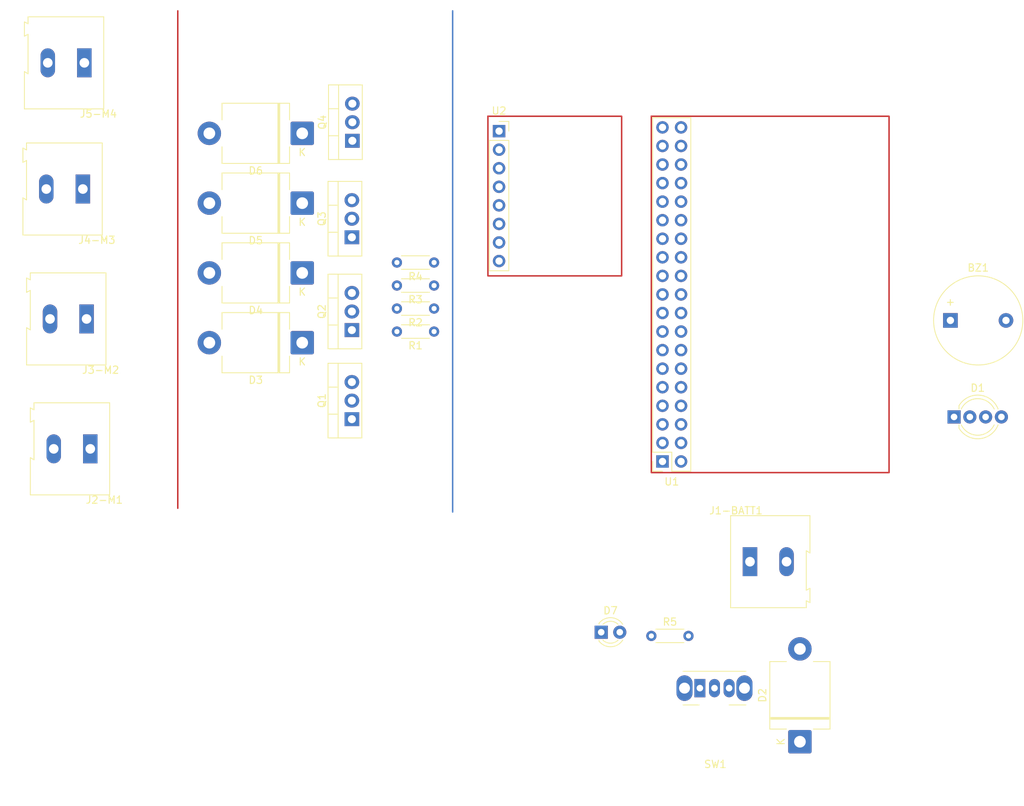
<source format=kicad_pcb>
(kicad_pcb (version 20241229) (generator "pcbnew") (generator_version "9.0")
  (layers (0 "F.Cu" signal) (2 "B.Cu" signal) (13 "F.Paste" user) (15 "B.Paste" user) (5 "F.SilkS" user "F.Silkscreen") (7 "B.SilkS" user "B.Silkscreen") (1 "F.Mask" user) (3 "B.Mask" user) (25 "Edge.Cuts" user))
  (net 0 "")
  (net 1 "GND")
  (net 2 "/BUZZER")
  (net 3 "/LED_B")
  (net 4 "/LED_R")
  (net 5 "/LED_G")
  (net 6 "Net-(D2-A)")
  (net 7 "Net-(D2-K)")
  (net 8 "+3.3V")
  (net 9 "/M1_GND")
  (net 10 "/M3_GND")
  (net 11 "/M2_GND")
  (net 12 "/M4_GND")
  (net 13 "Net-(D7-A)")
  (net 14 "/M1_PWM")
  (net 15 "/M2_PWM")
  (net 16 "/M3_PWM")
  (net 17 "/M4_PWM")
  (net 21 "/MPU6050_SCL")
  (net 26 "/MPU6050_SDA")
  (net 34 "/3v3_esp32")
  (footprint "Package_TO_SOT_THT:TO-220-3_Vertical" (layer "F.Cu") (at 124.206 66.346 90)
    (property "Reference" "Q4" (at 2.54 -4.1 90) (layer "F.SilkS"))
    (property "Value" "IRLZ44N")
    (fp_line (start 7.65 -3.26) (end 7.65 1.36) (stroke (width 0.12)) (layer "F.SilkS"))
    (fp_line (start 4.39 -3.26) (end 4.39 -1.88) (stroke (width 0.12)) (layer "F.SilkS"))
    (fp_line (start 0.69 -3.26) (end 0.69 -1.88) (stroke (width 0.12)) (layer "F.SilkS"))
    (fp_line (start -2.57 -3.26) (end 7.65 -3.26) (stroke (width 0.12)) (layer "F.SilkS"))
    (fp_line (start -2.57 -1.88) (end 7.65 -1.88) (stroke (width 0.12)) (layer "F.SilkS"))
    (fp_line (start 7.65 1.36) (end -2.57 1.36) (stroke (width 0.12)) (layer "F.SilkS"))
    (fp_line (start -2.57 1.36) (end -2.57 -3.26) (stroke (width 0.12)) (layer "F.SilkS"))
    (pad "1" thru_hole rect (at 0 0 90) (size 1.905 2) (drill 1.1) (layers "*.Cu" "*.Mask") (net 17 "/M4_PWM"))
    (pad "2" thru_hole oval (at 2.54 0 90) (size 1.905 2) (drill 1.1) (layers "*.Cu" "*.Mask") (net 12 "/M4_GND"))
    (pad "3" thru_hole oval (at 5.08 0 90) (size 1.905 2) (drill 1.1) (layers "*.Cu" "*.Mask") (net 1 "GND"))
  )
  (footprint "Resistor_THT:R_Axial_DIN0204_L3.6mm_D1.6mm_P5.08mm_Horizontal" (layer "F.Cu") (at 135.382 92.458 180)
    (property "Reference" "R1" (at 2.54 -1.92 0) (layer "F.SilkS"))
    (property "Value" "10k")
    (fp_line (start 0.62 0.92) (end 4.46 0.92) (stroke (width 0.12)) (layer "F.SilkS"))
    (fp_line (start 0.62 -0.92) (end 4.46 -0.92) (stroke (width 0.12)) (layer "F.SilkS"))
    (pad "1" thru_hole circle (at 0 0 180) (size 1.4 1.4) (drill 0.7) (layers "*.Cu" "*.Mask") (net 14 "/M1_PWM"))
    (pad "2" thru_hole circle (at 5.08 0 180) (size 1.4 1.4) (drill 0.7) (layers "*.Cu" "*.Mask") (net 1 "GND"))
  )
  (footprint "Diode_THT:D_5KPW_P12.70mm_Horizontal" (layer "F.Cu") (at 117.348 74.88 180)
    (property "Reference" "D5" (at 6.35 -5.12 0) (layer "F.SilkS"))
    (property "Value" "D")
    (fp_line (start 10.97 4.12) (end 10.97 1.84) (stroke (width 0.12)) (layer "F.SilkS"))
    (fp_line (start 10.97 -4.12) (end 10.97 -1.84) (stroke (width 0.12)) (layer "F.SilkS"))
    (fp_line (start 3.32 -4.12) (end 3.32 4.12) (stroke (width 0.12)) (layer "F.SilkS"))
    (fp_line (start 3.2 -4.12) (end 3.2 4.12) (stroke (width 0.12)) (layer "F.SilkS"))
    (fp_line (start 3.08 -4.12) (end 3.08 4.12) (stroke (width 0.12)) (layer "F.SilkS"))
    (fp_line (start 1.73 4.12) (end 10.97 4.12) (stroke (width 0.12)) (layer "F.SilkS"))
    (fp_line (start 1.73 1.84) (end 1.73 4.12) (stroke (width 0.12)) (layer "F.SilkS"))
    (fp_line (start 1.73 -1.84) (end 1.73 -4.12) (stroke (width 0.12)) (layer "F.SilkS"))
    (fp_line (start 1.73 -4.12) (end 10.97 -4.12) (stroke (width 0.12)) (layer "F.SilkS"))
    (fp_text user "K" (at 0 -2.6 0) (layer "F.SilkS"))
    (pad "1" thru_hole roundrect (at 0 0 180) (size 3.2 3.2) (drill 1.6) (layers "*.Cu" "*.Mask") (roundrect_rratio 0.078125) (net 8 "+3.3V"))
    (pad "2" thru_hole circle (at 12.7 0 180) (size 3.2 3.2) (drill 1.6) (layers "*.Cu" "*.Mask") (net 11 "/M2_GND"))
  )
  (footprint "Button_Switch_THT:SW_Slide_SPDT_Angled_CK_OS102011MA1Q" (layer "F.Cu") (at 171.736 141.256)
    (property "Reference" "SW1" (at 2.116 10.416 0) (layer "F.SilkS"))
    (property "Value" "SW_SPDT")
    (fp_line (start -2.3 -2.3) (end 6.3 -2.3) (stroke (width 0.12)) (layer "F.SilkS"))
    (fp_line (start -2.3 2.3) (end -0.1 2.3) (stroke (width 0.12)) (layer "F.SilkS"))
    (fp_line (start 4 2.3) (end 6.3 2.3) (stroke (width 0.12)) (layer "F.SilkS"))
    (pad "" thru_hole oval (at -2.1 0) (size 2.2 3.5) (drill 1.5) (layers "*.Cu" "*.Mask"))
    (pad "" thru_hole oval (at 6.1 0) (size 2.2 3.5) (drill 1.5) (layers "*.Cu" "*.Mask"))
    (pad "1" thru_hole rect (at 0 0) (size 1.5 2.5) (drill 0.9) (layers "*.Cu" "*.Mask") (net 8 "+3.3V"))
    (pad "2" thru_hole oval (at 2 0) (size 1.5 2.5) (drill 0.9) (layers "*.Cu" "*.Mask") (net 7 "Net-(D2-K)"))
    (pad "3" thru_hole oval (at 4 0) (size 1.5 2.5) (drill 0.9) (layers "*.Cu" "*.Mask"))
  )
  (footprint "Package_TO_SOT_THT:TO-220-3_Vertical" (layer "F.Cu") (at 124.14 92.254 90)
    (property "Reference" "Q2" (at 2.54 -4.1 90) (layer "F.SilkS"))
    (property "Value" "IRLZ44N")
    (fp_line (start 7.65 -3.26) (end 7.65 1.36) (stroke (width 0.12)) (layer "F.SilkS"))
    (fp_line (start 4.39 -3.26) (end 4.39 -1.88) (stroke (width 0.12)) (layer "F.SilkS"))
    (fp_line (start 0.69 -3.26) (end 0.69 -1.88) (stroke (width 0.12)) (layer "F.SilkS"))
    (fp_line (start -2.57 -3.26) (end 7.65 -3.26) (stroke (width 0.12)) (layer "F.SilkS"))
    (fp_line (start -2.57 -1.88) (end 7.65 -1.88) (stroke (width 0.12)) (layer "F.SilkS"))
    (fp_line (start 7.65 1.36) (end -2.57 1.36) (stroke (width 0.12)) (layer "F.SilkS"))
    (fp_line (start -2.57 1.36) (end -2.57 -3.26) (stroke (width 0.12)) (layer "F.SilkS"))
    (pad "1" thru_hole rect (at 0 0 90) (size 1.905 2) (drill 1.1) (layers "*.Cu" "*.Mask") (net 15 "/M2_PWM"))
    (pad "2" thru_hole oval (at 2.54 0 90) (size 1.905 2) (drill 1.1) (layers "*.Cu" "*.Mask") (net 11 "/M2_GND"))
    (pad "3" thru_hole oval (at 5.08 0 90) (size 1.905 2) (drill 1.1) (layers "*.Cu" "*.Mask") (net 1 "GND"))
  )
  (footprint "Diode_THT:D_5KPW_P12.70mm_Horizontal" (layer "F.Cu") (at 117.348 84.43 180)
    (property "Reference" "D4" (at 6.35 -5.12 0) (layer "F.SilkS"))
    (property "Value" "D")
    (fp_line (start 10.97 4.12) (end 10.97 1.84) (stroke (width 0.12)) (layer "F.SilkS"))
    (fp_line (start 10.97 -4.12) (end 10.97 -1.84) (stroke (width 0.12)) (layer "F.SilkS"))
    (fp_line (start 3.32 -4.12) (end 3.32 4.12) (stroke (width 0.12)) (layer "F.SilkS"))
    (fp_line (start 3.2 -4.12) (end 3.2 4.12) (stroke (width 0.12)) (layer "F.SilkS"))
    (fp_line (start 3.08 -4.12) (end 3.08 4.12) (stroke (width 0.12)) (layer "F.SilkS"))
    (fp_line (start 1.73 4.12) (end 10.97 4.12) (stroke (width 0.12)) (layer "F.SilkS"))
    (fp_line (start 1.73 1.84) (end 1.73 4.12) (stroke (width 0.12)) (layer "F.SilkS"))
    (fp_line (start 1.73 -1.84) (end 1.73 -4.12) (stroke (width 0.12)) (layer "F.SilkS"))
    (fp_line (start 1.73 -4.12) (end 10.97 -4.12) (stroke (width 0.12)) (layer "F.SilkS"))
    (fp_text user "K" (at 0 -2.6 0) (layer "F.SilkS"))
    (pad "1" thru_hole roundrect (at 0 0 180) (size 3.2 3.2) (drill 1.6) (layers "*.Cu" "*.Mask") (roundrect_rratio 0.078125) (net 8 "+3.3V"))
    (pad "2" thru_hole circle (at 12.7 0 180) (size 3.2 3.2) (drill 1.6) (layers "*.Cu" "*.Mask") (net 10 "/M3_GND"))
  )
  (footprint "Diode_THT:D_5KPW_P12.70mm_Horizontal" (layer "F.Cu") (at 117.348 93.98 180)
    (property "Reference" "D3" (at 6.35 -5.12 0) (layer "F.SilkS"))
    (property "Value" "D")
    (fp_line (start 10.97 4.12) (end 10.97 1.84) (stroke (width 0.12)) (layer "F.SilkS"))
    (fp_line (start 10.97 -4.12) (end 10.97 -1.84) (stroke (width 0.12)) (layer "F.SilkS"))
    (fp_line (start 3.32 -4.12) (end 3.32 4.12) (stroke (width 0.12)) (layer "F.SilkS"))
    (fp_line (start 3.2 -4.12) (end 3.2 4.12) (stroke (width 0.12)) (layer "F.SilkS"))
    (fp_line (start 3.08 -4.12) (end 3.08 4.12) (stroke (width 0.12)) (layer "F.SilkS"))
    (fp_line (start 1.73 4.12) (end 10.97 4.12) (stroke (width 0.12)) (layer "F.SilkS"))
    (fp_line (start 1.73 1.84) (end 1.73 4.12) (stroke (width 0.12)) (layer "F.SilkS"))
    (fp_line (start 1.73 -1.84) (end 1.73 -4.12) (stroke (width 0.12)) (layer "F.SilkS"))
    (fp_line (start 1.73 -4.12) (end 10.97 -4.12) (stroke (width 0.12)) (layer "F.SilkS"))
    (fp_text user "K" (at 0 -2.6 0) (layer "F.SilkS"))
    (pad "1" thru_hole roundrect (at 0 0 180) (size 3.2 3.2) (drill 1.6) (layers "*.Cu" "*.Mask") (roundrect_rratio 0.078125) (net 8 "+3.3V"))
    (pad "2" thru_hole circle (at 12.7 0 180) (size 3.2 3.2) (drill 1.6) (layers "*.Cu" "*.Mask") (net 9 "/M1_GND"))
  )
  (footprint "Resistor_THT:R_Axial_DIN0204_L3.6mm_D1.6mm_P5.08mm_Horizontal" (layer "F.Cu") (at 135.382 83.008 180)
    (property "Reference" "R4" (at 2.54 -1.92 0) (layer "F.SilkS"))
    (property "Value" "10k")
    (fp_line (start 0.62 0.92) (end 4.46 0.92) (stroke (width 0.12)) (layer "F.SilkS"))
    (fp_line (start 0.62 -0.92) (end 4.46 -0.92) (stroke (width 0.12)) (layer "F.SilkS"))
    (pad "1" thru_hole circle (at 0 0 180) (size 1.4 1.4) (drill 0.7) (layers "*.Cu" "*.Mask") (net 17 "/M4_PWM"))
    (pad "2" thru_hole circle (at 5.08 0 180) (size 1.4 1.4) (drill 0.7) (layers "*.Cu" "*.Mask") (net 1 "GND"))
  )
  (footprint "TerminalBlock:TerminalBlock_Altech_AK300-2_P5.00mm" (layer "F.Cu") (at 87.347 72.95 180)
    (property "Reference" "J4-M3" (at -1.92 -6.99 0) (layer "F.SilkS"))
    (property "Value" "Screw_Terminal_01x02")
    (fp_line (start 8.2 5.6) (end 8.2 3.7) (stroke (width 0.12)) (layer "F.SilkS"))
    (fp_line (start 8.2 3.7) (end 8.2 3.65) (stroke (width 0.12)) (layer "F.SilkS"))
    (fp_line (start 8.2 3.65) (end 7.7 3.9) (stroke (width 0.12)) (layer "F.SilkS"))
    (fp_line (start 8.2 -1.2) (end 8.2 -6.3) (stroke (width 0.12)) (layer "F.SilkS"))
    (fp_line (start 8.2 -6.3) (end -2.65 -6.3) (stroke (width 0.12)) (layer "F.SilkS"))
    (fp_line (start 7.7 6.3) (end 7.7 5.35) (stroke (width 0.12)) (layer "F.SilkS"))
    (fp_line (start 7.7 5.35) (end 8.2 5.6) (stroke (width 0.12)) (layer "F.SilkS"))
    (fp_line (start 7.7 3.9) (end 7.7 -1.5) (stroke (width 0.12)) (layer "F.SilkS"))
    (fp_line (start 7.7 -1.5) (end 8.2 -1.2) (stroke (width 0.12)) (layer "F.SilkS"))
    (fp_line (start -2.65 6.3) (end 7.7 6.3) (stroke (width 0.12)) (layer "F.SilkS"))
    (fp_line (start -2.65 -6.3) (end -2.65 6.3) (stroke (width 0.12)) (layer "F.SilkS"))
    (pad "1" thru_hole rect (at 0 0 180) (size 1.98 3.96) (drill 1.32) (layers "*.Cu" "*.Mask") (net 10 "/M3_GND"))
    (pad "2" thru_hole oval (at 5 0 180) (size 1.98 3.96) (drill 1.32) (layers "*.Cu" "*.Mask") (net 8 "+3.3V"))
  )
  (footprint "TerminalBlock:TerminalBlock_Altech_AK300-2_P5.00mm" (layer "F.Cu") (at 88.363 108.51 180)
    (property "Reference" "J2-M1" (at -1.92 -6.99 0) (layer "F.SilkS"))
    (property "Value" "Screw_Terminal_01x02")
    (fp_line (start 8.2 5.6) (end 8.2 3.7) (stroke (width 0.12)) (layer "F.SilkS"))
    (fp_line (start 8.2 3.7) (end 8.2 3.65) (stroke (width 0.12)) (layer "F.SilkS"))
    (fp_line (start 8.2 3.65) (end 7.7 3.9) (stroke (width 0.12)) (layer "F.SilkS"))
    (fp_line (start 8.2 -1.2) (end 8.2 -6.3) (stroke (width 0.12)) (layer "F.SilkS"))
    (fp_line (start 8.2 -6.3) (end -2.65 -6.3) (stroke (width 0.12)) (layer "F.SilkS"))
    (fp_line (start 7.7 6.3) (end 7.7 5.35) (stroke (width 0.12)) (layer "F.SilkS"))
    (fp_line (start 7.7 5.35) (end 8.2 5.6) (stroke (width 0.12)) (layer "F.SilkS"))
    (fp_line (start 7.7 3.9) (end 7.7 -1.5) (stroke (width 0.12)) (layer "F.SilkS"))
    (fp_line (start 7.7 -1.5) (end 8.2 -1.2) (stroke (width 0.12)) (layer "F.SilkS"))
    (fp_line (start -2.65 6.3) (end 7.7 6.3) (stroke (width 0.12)) (layer "F.SilkS"))
    (fp_line (start -2.65 -6.3) (end -2.65 6.3) (stroke (width 0.12)) (layer "F.SilkS"))
    (pad "1" thru_hole rect (at 0 0 180) (size 1.98 3.96) (drill 1.32) (layers "*.Cu" "*.Mask") (net 9 "/M1_GND"))
    (pad "2" thru_hole oval (at 5 0 180) (size 1.98 3.96) (drill 1.32) (layers "*.Cu" "*.Mask") (net 8 "+3.3V"))
  )
  (footprint "Buzzer_Beeper:Buzzer_12x9.5RM7.6" (layer "F.Cu") (at 206.004 90.932)
    (property "Reference" "BZ1" (at 3.8 -7.2 0) (layer "F.SilkS"))
    (property "Value" "Buzzer")
    (fp_circle (center 3.8 0) (end 9.9 0) (stroke (width 0.12)) (fill no) (layer "F.SilkS"))
    (fp_text user "+" (at -0.01 -2.54 0) (layer "F.SilkS"))
    (pad "1" thru_hole rect (at 0 0) (size 2 2) (drill 1) (layers "*.Cu" "*.Mask") (net 2 "/BUZZER"))
    (pad "2" thru_hole circle (at 7.6 0) (size 2 2) (drill 1) (layers "*.Cu" "*.Mask") (net 1 "GND"))
  )
  (footprint "TerminalBlock:TerminalBlock_Altech_AK300-2_P5.00mm" (layer "F.Cu") (at 178.591 123.952)
    (property "Reference" "J1-BATT1" (at -1.92 -6.99 0) (layer "F.SilkS"))
    (property "Value" "Screw_Terminal_01x02")
    (fp_line (start -2.65 -6.3) (end -2.65 6.3) (stroke (width 0.12)) (layer "F.SilkS"))
    (fp_line (start -2.65 6.3) (end 7.7 6.3) (stroke (width 0.12)) (layer "F.SilkS"))
    (fp_line (start 7.7 -1.5) (end 8.2 -1.2) (stroke (width 0.12)) (layer "F.SilkS"))
    (fp_line (start 7.7 3.9) (end 7.7 -1.5) (stroke (width 0.12)) (layer "F.SilkS"))
    (fp_line (start 7.7 5.35) (end 8.2 5.6) (stroke (width 0.12)) (layer "F.SilkS"))
    (fp_line (start 7.7 6.3) (end 7.7 5.35) (stroke (width 0.12)) (layer "F.SilkS"))
    (fp_line (start 8.2 -6.3) (end -2.65 -6.3) (stroke (width 0.12)) (layer "F.SilkS"))
    (fp_line (start 8.2 -1.2) (end 8.2 -6.3) (stroke (width 0.12)) (layer "F.SilkS"))
    (fp_line (start 8.2 3.65) (end 7.7 3.9) (stroke (width 0.12)) (layer "F.SilkS"))
    (fp_line (start 8.2 3.7) (end 8.2 3.65) (stroke (width 0.12)) (layer "F.SilkS"))
    (fp_line (start 8.2 5.6) (end 8.2 3.7) (stroke (width 0.12)) (layer "F.SilkS"))
    (pad "1" thru_hole rect (at 0 0) (size 1.98 3.96) (drill 1.32) (layers "*.Cu" "*.Mask") (net 1 "GND"))
    (pad "2" thru_hole oval (at 5 0) (size 1.98 3.96) (drill 1.32) (layers "*.Cu" "*.Mask") (net 6 "Net-(D2-A)"))
  )
  (footprint "TerminalBlock:TerminalBlock_Altech_AK300-2_P5.00mm" (layer "F.Cu") (at 87.855 90.73 180)
    (property "Reference" "J3-M2" (at -1.92 -6.99 0) (layer "F.SilkS"))
    (property "Value" "Screw_Terminal_01x02")
    (fp_line (start 8.2 5.6) (end 8.2 3.7) (stroke (width 0.12)) (layer "F.SilkS"))
    (fp_line (start 8.2 3.7) (end 8.2 3.65) (stroke (width 0.12)) (layer "F.SilkS"))
    (fp_line (start 8.2 3.65) (end 7.7 3.9) (stroke (width 0.12)) (layer "F.SilkS"))
    (fp_line (start 8.2 -1.2) (end 8.2 -6.3) (stroke (width 0.12)) (layer "F.SilkS"))
    (fp_line (start 8.2 -6.3) (end -2.65 -6.3) (stroke (width 0.12)) (layer "F.SilkS"))
    (fp_line (start 7.7 6.3) (end 7.7 5.35) (stroke (width 0.12)) (layer "F.SilkS"))
    (fp_line (start 7.7 5.35) (end 8.2 5.6) (stroke (width 0.12)) (layer "F.SilkS"))
    (fp_line (start 7.7 3.9) (end 7.7 -1.5) (stroke (width 0.12)) (layer "F.SilkS"))
    (fp_line (start 7.7 -1.5) (end 8.2 -1.2) (stroke (width 0.12)) (layer "F.SilkS"))
    (fp_line (start -2.65 6.3) (end 7.7 6.3) (stroke (width 0.12)) (layer "F.SilkS"))
    (fp_line (start -2.65 -6.3) (end -2.65 6.3) (stroke (width 0.12)) (layer "F.SilkS"))
    (pad "1" thru_hole rect (at 0 0 180) (size 1.98 3.96) (drill 1.32) (layers "*.Cu" "*.Mask") (net 11 "/M2_GND"))
    (pad "2" thru_hole oval (at 5 0 180) (size 1.98 3.96) (drill 1.32) (layers "*.Cu" "*.Mask") (net 8 "+3.3V"))
  )
  (footprint "Package_TO_SOT_THT:TO-220-3_Vertical" (layer "F.Cu") (at 124.14 104.446 90)
    (property "Reference" "Q1" (at 2.54 -4.1 90) (layer "F.SilkS"))
    (property "Value" "IRLZ44N")
    (fp_line (start 7.65 -3.26) (end 7.65 1.36) (stroke (width 0.12)) (layer "F.SilkS"))
    (fp_line (start 4.39 -3.26) (end 4.39 -1.88) (stroke (width 0.12)) (layer "F.SilkS"))
    (fp_line (start 0.69 -3.26) (end 0.69 -1.88) (stroke (width 0.12)) (layer "F.SilkS"))
    (fp_line (start -2.57 -3.26) (end 7.65 -3.26) (stroke (width 0.12)) (layer "F.SilkS"))
    (fp_line (start -2.57 -1.88) (end 7.65 -1.88) (stroke (width 0.12)) (layer "F.SilkS"))
    (fp_line (start 7.65 1.36) (end -2.57 1.36) (stroke (width 0.12)) (layer "F.SilkS"))
    (fp_line (start -2.57 1.36) (end -2.57 -3.26) (stroke (width 0.12)) (layer "F.SilkS"))
    (pad "1" thru_hole rect (at 0 0 90) (size 1.905 2) (drill 1.1) (layers "*.Cu" "*.Mask") (net 14 "/M1_PWM"))
    (pad "2" thru_hole oval (at 2.54 0 90) (size 1.905 2) (drill 1.1) (layers "*.Cu" "*.Mask") (net 9 "/M1_GND"))
    (pad "3" thru_hole oval (at 5.08 0 90) (size 1.905 2) (drill 1.1) (layers "*.Cu" "*.Mask") (net 1 "GND"))
  )
  (footprint "Diode_THT:D_5KPW_P12.70mm_Horizontal" (layer "F.Cu") (at 117.348 65.33 180)
    (property "Reference" "D6" (at 6.35 -5.12 0) (layer "F.SilkS"))
    (property "Value" "D")
    (fp_line (start 10.97 4.12) (end 10.97 1.84) (stroke (width 0.12)) (layer "F.SilkS"))
    (fp_line (start 10.97 -4.12) (end 10.97 -1.84) (stroke (width 0.12)) (layer "F.SilkS"))
    (fp_line (start 3.32 -4.12) (end 3.32 4.12) (stroke (width 0.12)) (layer "F.SilkS"))
    (fp_line (start 3.2 -4.12) (end 3.2 4.12) (stroke (width 0.12)) (layer "F.SilkS"))
    (fp_line (start 3.08 -4.12) (end 3.08 4.12) (stroke (width 0.12)) (layer "F.SilkS"))
    (fp_line (start 1.73 4.12) (end 10.97 4.12) (stroke (width 0.12)) (layer "F.SilkS"))
    (fp_line (start 1.73 1.84) (end 1.73 4.12) (stroke (width 0.12)) (layer "F.SilkS"))
    (fp_line (start 1.73 -1.84) (end 1.73 -4.12) (stroke (width 0.12)) (layer "F.SilkS"))
    (fp_line (start 1.73 -4.12) (end 10.97 -4.12) (stroke (width 0.12)) (layer "F.SilkS"))
    (fp_text user "K" (at 0 -2.6 0) (layer "F.SilkS"))
    (pad "1" thru_hole roundrect (at 0 0 180) (size 3.2 3.2) (drill 1.6) (layers "*.Cu" "*.Mask") (roundrect_rratio 0.078125) (net 8 "+3.3V"))
    (pad "2" thru_hole circle (at 12.7 0 180) (size 3.2 3.2) (drill 1.6) (layers "*.Cu" "*.Mask") (net 12 "/M4_GND"))
  )
  (footprint "Connector_PinSocket_2.54mm:PinSocket_2x19_P2.54mm_Vertical" (layer "F.Cu") (at 166.624 110.236 180)
    (property "Reference" "U1" (at -1.27 -2.77 0) (layer "F.SilkS"))
    (property "Value" "esp32_38_pins dev board")
    (fp_line (start 1.33 1.27) (end 1.33 47.05) (stroke (width 0.12)) (layer "F.SilkS"))
    (fp_line (start 1.33 -1.33) (end 1.33 0) (stroke (width 0.12)) (layer "F.SilkS"))
    (fp_line (start 0 -1.33) (end 1.33 -1.33) (stroke (width 0.12)) (layer "F.SilkS"))
    (fp_line (start -1.27 1.27) (end 1.33 1.27) (stroke (width 0.12)) (layer "F.SilkS"))
    (fp_line (start -1.27 -1.33) (end -1.27 1.27) (stroke (width 0.12)) (layer "F.SilkS"))
    (fp_line (start -3.87 47.05) (end 1.33 47.05) (stroke (width 0.12)) (layer "F.SilkS"))
    (fp_line (start -3.87 -1.33) (end -1.27 -1.33) (stroke (width 0.12)) (layer "F.SilkS"))
    (fp_line (start -3.87 -1.33) (end -3.87 47.05) (stroke (width 0.12)) (layer "F.SilkS"))
    (pad "1" thru_hole rect (at 0 0 180) (size 1.7 1.7) (drill 1) (layers "*.Cu" "*.Mask") (net 34 "/3v3_esp32"))
    (pad "2" thru_hole circle (at -2.54 0 180) (size 1.7 1.7) (drill 1) (layers "*.Cu" "*.Mask"))
    (pad "3" thru_hole circle (at 0 2.54 180) (size 1.7 1.7) (drill 1) (layers "*.Cu" "*.Mask"))
    (pad "4" thru_hole circle (at -2.54 2.54 180) (size 1.7 1.7) (drill 1) (layers "*.Cu" "*.Mask"))
    (pad "5" thru_hole circle (at 0 5.08 180) (size 1.7 1.7) (drill 1) (layers "*.Cu" "*.Mask"))
    (pad "6" thru_hole circle (at -2.54 5.08 180) (size 1.7 1.7) (drill 1) (layers "*.Cu" "*.Mask"))
    (pad "7" thru_hole circle (at 0 7.62 180) (size 1.7 1.7) (drill 1) (layers "*.Cu" "*.Mask"))
    (pad "8" thru_hole circle (at -2.54 7.62 180) (size 1.7 1.7) (drill 1) (layers "*.Cu" "*.Mask"))
    (pad "9" thru_hole circle (at 0 10.16 180) (size 1.7 1.7) (drill 1) (layers "*.Cu" "*.Mask") (net 26 "/MPU6050_SDA"))
    (pad "10" thru_hole circle (at -2.54 10.16 180) (size 1.7 1.7) (drill 1) (layers "*.Cu" "*.Mask") (net 21 "/MPU6050_SCL"))
    (pad "11" thru_hole circle (at 0 12.7 180) (size 1.7 1.7) (drill 1) (layers "*.Cu" "*.Mask") (net 14 "/M1_PWM"))
    (pad "12" thru_hole circle (at -2.54 12.7 180) (size 1.7 1.7) (drill 1) (layers "*.Cu" "*.Mask") (net 15 "/M2_PWM"))
    (pad "13" thru_hole circle (at 0 15.24 180) (size 1.7 1.7) (drill 1) (layers "*.Cu" "*.Mask") (net 16 "/M3_PWM"))
    (pad "14" thru_hole circle (at -2.54 15.24 180) (size 1.7 1.7) (drill 1) (layers "*.Cu" "*.Mask"))
    (pad "15" thru_hole circle (at 0 17.78 180) (size 1.7 1.7) (drill 1) (layers "*.Cu" "*.Mask") (net 17 "/M4_PWM"))
    (pad "16" thru_hole circle (at -2.54 17.78 180) (size 1.7 1.7) (drill 1) (layers "*.Cu" "*.Mask"))
    (pad "17" thru_hole circle (at 0 20.32 180) (size 1.7 1.7) (drill 1) (layers "*.Cu" "*.Mask"))
    (pad "18" thru_hole circle (at -2.54 20.32 180) (size 1.7 1.7) (drill 1) (layers "*.Cu" "*.Mask"))
    (pad "19" thru_hole circle (at 0 22.86 180) (size 1.7 1.7) (drill 1) (layers "*.Cu" "*.Mask") (net 8 "+3.3V"))
    (pad "20" thru_hole circle (at -2.54 22.86 180) (size 1.7 1.7) (drill 1) (layers "*.Cu" "*.Mask") (net 4 "/LED_R"))
    (pad "21" thru_hole circle (at 0 25.4 180) (size 1.7 1.7) (drill 1) (layers "*.Cu" "*.Mask") (net 5 "/LED_G"))
    (pad "22" thru_hole circle (at -2.54 25.4 180) (size 1.7 1.7) (drill 1) (layers "*.Cu" "*.Mask") (net 3 "/LED_B"))
    (pad "23" thru_hole circle (at 0 27.94 180) (size 1.7 1.7) (drill 1) (layers "*.Cu" "*.Mask"))
    (pad "24" thru_hole circle (at -2.54 27.94 180) (size 1.7 1.7) (drill 1) (layers "*.Cu" "*.Mask") (net 2 "/BUZZER"))
    (pad "25" thru_hole circle (at 0 30.48 180) (size 1.7 1.7) (drill 1) (layers "*.Cu" "*.Mask"))
    (pad "26" thru_hole circle (at -2.54 30.48 180) (size 1.7 1.7) (drill 1) (layers "*.Cu" "*.Mask"))
    (pad "27" thru_hole circle (at 0 33.02 180) (size 1.7 1.7) (drill 1) (layers "*.Cu" "*.Mask"))
    (pad "28" thru_hole circle (at -2.54 33.02 180) (size 1.7 1.7) (drill 1) (layers "*.Cu" "*.Mask"))
    (pad "29" thru_hole circle (at 0 35.56 180) (size 1.7 1.7) (drill 1) (layers "*.Cu" "*.Mask"))
    (pad "30" thru_hole circle (at -2.54 35.56 180) (size 1.7 1.7) (drill 1) (layers "*.Cu" "*.Mask"))
    (pad "31" thru_hole circle (at 0 38.1 180) (size 1.7 1.7) (drill 1) (layers "*.Cu" "*.Mask"))
    (pad "32" thru_hole circle (at -2.54 38.1 180) (size 1.7 1.7) (drill 1) (layers "*.Cu" "*.Mask"))
    (pad "33" thru_hole circle (at 0 40.64 180) (size 1.7 1.7) (drill 1) (layers "*.Cu" "*.Mask"))
    (pad "34" thru_hole circle (at -2.54 40.64 180) (size 1.7 1.7) (drill 1) (layers "*.Cu" "*.Mask"))
    (pad "35" thru_hole circle (at 0 43.18 180) (size 1.7 1.7) (drill 1) (layers "*.Cu" "*.Mask"))
    (pad "36" thru_hole circle (at -2.54 43.18 180) (size 1.7 1.7) (drill 1) (layers "*.Cu" "*.Mask"))
    (pad "37" thru_hole circle (at 0 45.72 180) (size 1.7 1.7) (drill 1) (layers "*.Cu" "*.Mask"))
    (pad "38" thru_hole circle (at -2.54 45.72 180) (size 1.7 1.7) (drill 1) (layers "*.Cu" "*.Mask") (net 1 "GND"))
  )
  (footprint "Resistor_THT:R_Axial_DIN0204_L3.6mm_D1.6mm_P5.08mm_Horizontal" (layer "F.Cu") (at 135.382 89.308 180)
    (property "Reference" "R2" (at 2.54 -1.92 0) (layer "F.SilkS"))
    (property "Value" "10k")
    (fp_line (start 0.62 0.92) (end 4.46 0.92) (stroke (width 0.12)) (layer "F.SilkS"))
    (fp_line (start 0.62 -0.92) (end 4.46 -0.92) (stroke (width 0.12)) (layer "F.SilkS"))
    (pad "1" thru_hole circle (at 0 0 180) (size 1.4 1.4) (drill 0.7) (layers "*.Cu" "*.Mask") (net 15 "/M2_PWM"))
    (pad "2" thru_hole circle (at 5.08 0 180) (size 1.4 1.4) (drill 0.7) (layers "*.Cu" "*.Mask") (net 1 "GND"))
  )
  (footprint "LED_THT:LED_D5.0mm-4_RGB_Wide_Pins" (layer "F.Cu") (at 206.502 104.14)
    (property "Reference" "D1" (at 3.2385 -3.96 0) (layer "F.SilkS"))
    (property "Value" "LED_RGBA")
    (fp_line (start 0.6785 -1.545) (end 0.6785 -1.08) (stroke (width 0.12)) (layer "F.SilkS"))
    (fp_line (start 0.6785 1.08) (end 0.6785 1.545) (stroke (width 0.12)) (layer "F.SilkS"))
    (fp_arc (start 0.6785 -1.54483) (mid 3.496956 -2.978809) (end 6.026315 -1.080827) (stroke (width 0.12)) (layer "F.SilkS"))
    (fp_arc (start 0.983816 -1.08) (mid 3.238262 -2.5) (end 5.492979 -1.080429) (stroke (width 0.12)) (layer "F.SilkS"))
    (fp_arc (start 5.492979 1.080429) (mid 3.238262 2.5) (end 0.983816 1.08) (stroke (width 0.12)) (layer "F.SilkS"))
    (fp_arc (start 6.026315 1.080827) (mid 3.496956 2.978808) (end 0.6785 1.54483) (stroke (width 0.12)) (layer "F.SilkS"))
    (pad "1" thru_hole rect (at 0 0) (size 1.8 1.8) (drill 0.9) (layers "*.Cu" "*.Mask") (net 4 "/LED_R"))
    (pad "2" thru_hole circle (at 2.159 0) (size 1.8 1.8) (drill 0.9) (layers "*.Cu" "*.Mask") (net 5 "/LED_G"))
    (pad "3" thru_hole circle (at 4.318 0) (size 1.8 1.8) (drill 0.9) (layers "*.Cu" "*.Mask") (net 3 "/LED_B"))
    (pad "4" thru_hole circle (at 6.477 0) (size 1.8 1.8) (drill 0.9) (layers "*.Cu" "*.Mask") (net 1 "GND"))
  )
  (footprint "Resistor_THT:R_Axial_DIN0204_L3.6mm_D1.6mm_P5.08mm_Horizontal" (layer "F.Cu") (at 165.1 134.112)
    (property "Reference" "R5" (at 2.54 -1.92 0) (layer "F.SilkS"))
    (property "Value" "R")
    (fp_line (start 0.62 -0.92) (end 4.46 -0.92) (stroke (width 0.12)) (layer "F.SilkS"))
    (fp_line (start 0.62 0.92) (end 4.46 0.92) (stroke (width 0.12)) (layer "F.SilkS"))
    (pad "1" thru_hole circle (at 0 0) (size 1.4 1.4) (drill 0.7) (layers "*.Cu" "*.Mask") (net 13 "Net-(D7-A)"))
    (pad "2" thru_hole circle (at 5.08 0) (size 1.4 1.4) (drill 0.7) (layers "*.Cu" "*.Mask") (net 8 "+3.3V"))
  )
  (footprint "LED_THT:LED_D3.0mm" (layer "F.Cu") (at 158.242 133.604)
    (property "Reference" "D7" (at 1.27 -2.96 0) (layer "F.SilkS"))
    (property "Value" "LED")
    (fp_line (start -0.29 -1.236) (end -0.29 -1.08) (stroke (width 0.12)) (layer "F.SilkS"))
    (fp_line (start -0.29 1.08) (end -0.29 1.236) (stroke (width 0.12)) (layer "F.SilkS"))
    (fp_arc (start -0.29 -1.235516) (mid 1.36566 -1.987699) (end 2.941437 -1.08) (stroke (width 0.12)) (layer "F.SilkS"))
    (fp_arc (start 0.229039 -1.08) (mid 1.27 -1.5) (end 2.310961 -1.08) (stroke (width 0.12)) (layer "F.SilkS"))
    (fp_arc (start 2.310961 1.08) (mid 1.27 1.5) (end 0.229039 1.08) (stroke (width 0.12)) (layer "F.SilkS"))
    (fp_arc (start 2.941437 1.08) (mid 1.36566 1.987699) (end -0.29 1.235516) (stroke (width 0.12)) (layer "F.SilkS"))
    (pad "1" thru_hole rect (at 0 0) (size 1.8 1.8) (drill 0.9) (layers "*.Cu" "*.Mask") (net 1 "GND"))
    (pad "2" thru_hole circle (at 2.54 0) (size 1.8 1.8) (drill 0.9) (layers "*.Cu" "*.Mask") (net 13 "Net-(D7-A)"))
  )
  (footprint "TerminalBlock:TerminalBlock_Altech_AK300-2_P5.00mm" (layer "F.Cu") (at 87.55 55.678 180)
    (property "Reference" "J5-M4" (at -1.92 -6.99 0) (layer "F.SilkS"))
    (property "Value" "Screw_Terminal_01x02")
    (fp_line (start 8.2 5.6) (end 8.2 3.7) (stroke (width 0.12)) (layer "F.SilkS"))
    (fp_line (start 8.2 3.7) (end 8.2 3.65) (stroke (width 0.12)) (layer "F.SilkS"))
    (fp_line (start 8.2 3.65) (end 7.7 3.9) (stroke (width 0.12)) (layer "F.SilkS"))
    (fp_line (start 8.2 -1.2) (end 8.2 -6.3) (stroke (width 0.12)) (layer "F.SilkS"))
    (fp_line (start 8.2 -6.3) (end -2.65 -6.3) (stroke (width 0.12)) (layer "F.SilkS"))
    (fp_line (start 7.7 6.3) (end 7.7 5.35) (stroke (width 0.12)) (layer "F.SilkS"))
    (fp_line (start 7.7 5.35) (end 8.2 5.6) (stroke (width 0.12)) (layer "F.SilkS"))
    (fp_line (start 7.7 3.9) (end 7.7 -1.5) (stroke (width 0.12)) (layer "F.SilkS"))
    (fp_line (start 7.7 -1.5) (end 8.2 -1.2) (stroke (width 0.12)) (layer "F.SilkS"))
    (fp_line (start -2.65 6.3) (end 7.7 6.3) (stroke (width 0.12)) (layer "F.SilkS"))
    (fp_line (start -2.65 -6.3) (end -2.65 6.3) (stroke (width 0.12)) (layer "F.SilkS"))
    (pad "1" thru_hole rect (at 0 0 180) (size 1.98 3.96) (drill 1.32) (layers "*.Cu" "*.Mask") (net 12 "/M4_GND"))
    (pad "2" thru_hole oval (at 5 0 180) (size 1.98 3.96) (drill 1.32) (layers "*.Cu" "*.Mask") (net 8 "+3.3V"))
  )
  (footprint "Resistor_THT:R_Axial_DIN0204_L3.6mm_D1.6mm_P5.08mm_Horizontal" (layer "F.Cu") (at 135.382 86.158 180)
    (property "Reference" "R3" (at 2.54 -1.92 0) (layer "F.SilkS"))
    (property "Value" "10k")
    (fp_line (start 0.62 0.92) (end 4.46 0.92) (stroke (width 0.12)) (layer "F.SilkS"))
    (fp_line (start 0.62 -0.92) (end 4.46 -0.92) (stroke (width 0.12)) (layer "F.SilkS"))
    (pad "1" thru_hole circle (at 0 0 180) (size 1.4 1.4) (drill 0.7) (layers "*.Cu" "*.Mask") (net 16 "/M3_PWM"))
    (pad "2" thru_hole circle (at 5.08 0 180) (size 1.4 1.4) (drill 0.7) (layers "*.Cu" "*.Mask") (net 1 "GND"))
  )
  (footprint "Package_TO_SOT_THT:TO-220-3_Vertical" (layer "F.Cu") (at 124.14 79.554 90)
    (property "Reference" "Q3" (at 2.54 -4.1 90) (layer "F.SilkS"))
    (property "Value" "IRLZ44N")
    (fp_line (start 7.65 -3.26) (end 7.65 1.36) (stroke (width 0.12)) (layer "F.SilkS"))
    (fp_line (start 4.39 -3.26) (end 4.39 -1.88) (stroke (width 0.12)) (layer "F.SilkS"))
    (fp_line (start 0.69 -3.26) (end 0.69 -1.88) (stroke (width 0.12)) (layer "F.SilkS"))
    (fp_line (start -2.57 -3.26) (end 7.65 -3.26) (stroke (width 0.12)) (layer "F.SilkS"))
    (fp_line (start -2.57 -1.88) (end 7.65 -1.88) (stroke (width 0.12)) (layer "F.SilkS"))
    (fp_line (start 7.65 1.36) (end -2.57 1.36) (stroke (width 0.12)) (layer "F.SilkS"))
    (fp_line (start -2.57 1.36) (end -2.57 -3.26) (stroke (width 0.12)) (layer "F.SilkS"))
    (pad "1" thru_hole rect (at 0 0 90) (size 1.905 2) (drill 1.1) (layers "*.Cu" "*.Mask") (net 16 "/M3_PWM"))
    (pad "2" thru_hole oval (at 2.54 0 90) (size 1.905 2) (drill 1.1) (layers "*.Cu" "*.Mask") (net 10 "/M3_GND"))
    (pad "3" thru_hole oval (at 5.08 0 90) (size 1.905 2) (drill 1.1) (layers "*.Cu" "*.Mask") (net 1 "GND"))
  )
  (footprint "Connector_PinSocket_2.54mm:PinSocket_1x08_P2.54mm_Vertical" (layer "F.Cu") (at 144.272 65.024)
    (property "Reference" "U2" (at 0 -2.77 0) (layer "F.SilkS"))
    (property "Value" "module_mpu6050")
    (fp_line (start -1.33 1.27) (end -1.33 19.11) (stroke (width 0.12)) (layer "F.SilkS"))
    (fp_line (start -1.33 1.27) (end 1.33 1.27) (stroke (width 0.12)) (layer "F.SilkS"))
    (fp_line (start -1.33 19.11) (end 1.33 19.11) (stroke (width 0.12)) (layer "F.SilkS"))
    (fp_line (start 0 -1.33) (end 1.33 -1.33) (stroke (width 0.12)) (layer "F.SilkS"))
    (fp_line (start 1.33 -1.33) (end 1.33 0) (stroke (width 0.12)) (layer "F.SilkS"))
    (fp_line (start 1.33 1.27) (end 1.33 19.11) (stroke (width 0.12)) (layer "F.SilkS"))
    (pad "1" thru_hole rect (at 0 0) (size 1.7 1.7) (drill 1) (layers "*.Cu" "*.Mask") (net 34 "/3v3_esp32"))
    (pad "2" thru_hole circle (at 0 2.54) (size 1.7 1.7) (drill 1) (layers "*.Cu" "*.Mask") (net 1 "GND"))
    (pad "3" thru_hole circle (at 0 5.08) (size 1.7 1.7) (drill 1) (layers "*.Cu" "*.Mask") (net 21 "/MPU6050_SCL"))
    (pad "4" thru_hole circle (at 0 7.62) (size 1.7 1.7) (drill 1) (layers "*.Cu" "*.Mask") (net 26 "/MPU6050_SDA"))
    (pad "5" thru_hole circle (at 0 10.16) (size 1.7 1.7) (drill 1) (layers "*.Cu" "*.Mask"))
    (pad "6" thru_hole circle (at 0 12.7) (size 1.7 1.7) (drill 1) (layers "*.Cu" "*.Mask"))
    (pad "7" thru_hole circle (at 0 15.24) (size 1.7 1.7) (drill 1) (layers "*.Cu" "*.Mask"))
    (pad "8" thru_hole circle (at 0 17.78) (size 1.7 1.7) (drill 1) (layers "*.Cu" "*.Mask"))
  )
  (footprint "Diode_THT:D_5KPW_P12.70mm_Horizontal" (layer "F.Cu") (at 185.42 148.59 90)
    (property "Reference" "D2" (at 6.35 -5.12 90) (layer "F.SilkS"))
    (property "Value" "D")
    (fp_line (start 10.97 -4.12) (end 10.97 -1.84) (stroke (width 0.12)) (layer "F.SilkS"))
    (fp_line (start 3.32 -4.12) (end 3.32 4.12) (stroke (width 0.12)) (layer "F.SilkS"))
    (fp_line (start 3.2 -4.12) (end 3.2 4.12) (stroke (width 0.12)) (layer "F.SilkS"))
    (fp_line (start 3.08 -4.12) (end 3.08 4.12) (stroke (width 0.12)) (layer "F.SilkS"))
    (fp_line (start 1.73 -4.12) (end 10.97 -4.12) (stroke (width 0.12)) (layer "F.SilkS"))
    (fp_line (start 1.73 -1.84) (end 1.73 -4.12) (stroke (width 0.12)) (layer "F.SilkS"))
    (fp_line (start 1.73 1.84) (end 1.73 4.12) (stroke (width 0.12)) (layer "F.SilkS"))
    (fp_line (start 10.97 4.12) (end 10.97 1.84) (stroke (width 0.12)) (layer "F.SilkS"))
    (fp_line (start 1.73 4.12) (end 10.97 4.12) (stroke (width 0.12)) (layer "F.SilkS"))
    (fp_text user "K" (at 0 -2.6 90) (layer "F.SilkS"))
    (pad "1" thru_hole roundrect (at 0 0 90) (size 3.2 3.2) (drill 1.6) (layers "*.Cu" "*.Mask") (roundrect_rratio 0.078125) (net 7 "Net-(D2-K)"))
    (pad "2" thru_hole circle (at 12.7 0 90) (size 3.2 3.2) (drill 1.6) (layers "*.Cu" "*.Mask") (net 6 "Net-(D2-A)"))
  )
  (gr_rect (start 165.1 62.992) (end 197.612 111.76) (stroke (width 0.2)) (fill no) (layer "F.Cu"))
  (gr_line (start 100.33 116.638) (end 100.33 48.566) (stroke (width 0.2)) (layer "F.Cu"))
  (gr_rect (start 142.748 62.992) (end 161.036 84.836) (stroke (width 0.2)) (fill no) (layer "F.Cu"))
  (gr_line (start 137.922 117.146) (end 137.922 48.566) (stroke (width 0.2)) (layer "B.Cu"))
)
</source>
